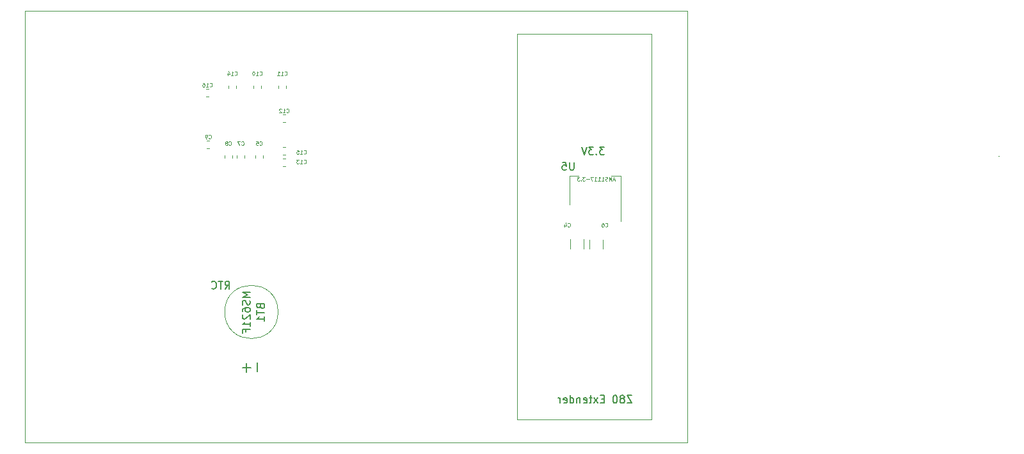
<source format=gbr>
G04 #@! TF.GenerationSoftware,KiCad,Pcbnew,(5.1.2-1)-1*
G04 #@! TF.CreationDate,2020-07-08T23:16:20+01:00*
G04 #@! TF.ProjectId,tranZPUter-SW,7472616e-5a50-4557-9465-722d53572e6b,rev?*
G04 #@! TF.SameCoordinates,Original*
G04 #@! TF.FileFunction,Legend,Bot*
G04 #@! TF.FilePolarity,Positive*
%FSLAX46Y46*%
G04 Gerber Fmt 4.6, Leading zero omitted, Abs format (unit mm)*
G04 Created by KiCad (PCBNEW (5.1.2-1)-1) date 2020-07-08 23:16:20*
%MOMM*%
%LPD*%
G04 APERTURE LIST*
%ADD10C,0.150000*%
%ADD11C,0.120000*%
%ADD12C,0.100000*%
G04 APERTURE END LIST*
D10*
X188801190Y-108164380D02*
X188182142Y-108164380D01*
X188515476Y-108545333D01*
X188372619Y-108545333D01*
X188277380Y-108592952D01*
X188229761Y-108640571D01*
X188182142Y-108735809D01*
X188182142Y-108973904D01*
X188229761Y-109069142D01*
X188277380Y-109116761D01*
X188372619Y-109164380D01*
X188658333Y-109164380D01*
X188753571Y-109116761D01*
X188801190Y-109069142D01*
X187753571Y-109069142D02*
X187705952Y-109116761D01*
X187753571Y-109164380D01*
X187801190Y-109116761D01*
X187753571Y-109069142D01*
X187753571Y-109164380D01*
X187372619Y-108164380D02*
X186753571Y-108164380D01*
X187086904Y-108545333D01*
X186944047Y-108545333D01*
X186848809Y-108592952D01*
X186801190Y-108640571D01*
X186753571Y-108735809D01*
X186753571Y-108973904D01*
X186801190Y-109069142D01*
X186848809Y-109116761D01*
X186944047Y-109164380D01*
X187229761Y-109164380D01*
X187325000Y-109116761D01*
X187372619Y-109069142D01*
X186467857Y-108164380D02*
X186134523Y-109164380D01*
X185801190Y-108164380D01*
D11*
X199771000Y-147320000D02*
X199771000Y-90170000D01*
X112141000Y-147320000D02*
X199771000Y-147320000D01*
X112141000Y-90170000D02*
X112141000Y-147320000D01*
X199771000Y-90170000D02*
X112141000Y-90170000D01*
X195072000Y-93218000D02*
X177292000Y-93218000D01*
D10*
X192459952Y-141057380D02*
X191793285Y-141057380D01*
X192459952Y-142057380D01*
X191793285Y-142057380D01*
X191269476Y-141485952D02*
X191364714Y-141438333D01*
X191412333Y-141390714D01*
X191459952Y-141295476D01*
X191459952Y-141247857D01*
X191412333Y-141152619D01*
X191364714Y-141105000D01*
X191269476Y-141057380D01*
X191079000Y-141057380D01*
X190983761Y-141105000D01*
X190936142Y-141152619D01*
X190888523Y-141247857D01*
X190888523Y-141295476D01*
X190936142Y-141390714D01*
X190983761Y-141438333D01*
X191079000Y-141485952D01*
X191269476Y-141485952D01*
X191364714Y-141533571D01*
X191412333Y-141581190D01*
X191459952Y-141676428D01*
X191459952Y-141866904D01*
X191412333Y-141962142D01*
X191364714Y-142009761D01*
X191269476Y-142057380D01*
X191079000Y-142057380D01*
X190983761Y-142009761D01*
X190936142Y-141962142D01*
X190888523Y-141866904D01*
X190888523Y-141676428D01*
X190936142Y-141581190D01*
X190983761Y-141533571D01*
X191079000Y-141485952D01*
X190269476Y-141057380D02*
X190174238Y-141057380D01*
X190079000Y-141105000D01*
X190031380Y-141152619D01*
X189983761Y-141247857D01*
X189936142Y-141438333D01*
X189936142Y-141676428D01*
X189983761Y-141866904D01*
X190031380Y-141962142D01*
X190079000Y-142009761D01*
X190174238Y-142057380D01*
X190269476Y-142057380D01*
X190364714Y-142009761D01*
X190412333Y-141962142D01*
X190459952Y-141866904D01*
X190507571Y-141676428D01*
X190507571Y-141438333D01*
X190459952Y-141247857D01*
X190412333Y-141152619D01*
X190364714Y-141105000D01*
X190269476Y-141057380D01*
X188745666Y-141533571D02*
X188412333Y-141533571D01*
X188269476Y-142057380D02*
X188745666Y-142057380D01*
X188745666Y-141057380D01*
X188269476Y-141057380D01*
X187936142Y-142057380D02*
X187412333Y-141390714D01*
X187936142Y-141390714D02*
X187412333Y-142057380D01*
X187174238Y-141390714D02*
X186793285Y-141390714D01*
X187031380Y-141057380D02*
X187031380Y-141914523D01*
X186983761Y-142009761D01*
X186888523Y-142057380D01*
X186793285Y-142057380D01*
X186079000Y-142009761D02*
X186174238Y-142057380D01*
X186364714Y-142057380D01*
X186459952Y-142009761D01*
X186507571Y-141914523D01*
X186507571Y-141533571D01*
X186459952Y-141438333D01*
X186364714Y-141390714D01*
X186174238Y-141390714D01*
X186079000Y-141438333D01*
X186031380Y-141533571D01*
X186031380Y-141628809D01*
X186507571Y-141724047D01*
X185602809Y-141390714D02*
X185602809Y-142057380D01*
X185602809Y-141485952D02*
X185555190Y-141438333D01*
X185459952Y-141390714D01*
X185317095Y-141390714D01*
X185221857Y-141438333D01*
X185174238Y-141533571D01*
X185174238Y-142057380D01*
X184269476Y-142057380D02*
X184269476Y-141057380D01*
X184269476Y-142009761D02*
X184364714Y-142057380D01*
X184555190Y-142057380D01*
X184650428Y-142009761D01*
X184698047Y-141962142D01*
X184745666Y-141866904D01*
X184745666Y-141581190D01*
X184698047Y-141485952D01*
X184650428Y-141438333D01*
X184555190Y-141390714D01*
X184364714Y-141390714D01*
X184269476Y-141438333D01*
X183412333Y-142009761D02*
X183507571Y-142057380D01*
X183698047Y-142057380D01*
X183793285Y-142009761D01*
X183840904Y-141914523D01*
X183840904Y-141533571D01*
X183793285Y-141438333D01*
X183698047Y-141390714D01*
X183507571Y-141390714D01*
X183412333Y-141438333D01*
X183364714Y-141533571D01*
X183364714Y-141628809D01*
X183840904Y-141724047D01*
X182936142Y-142057380D02*
X182936142Y-141390714D01*
X182936142Y-141581190D02*
X182888523Y-141485952D01*
X182840904Y-141438333D01*
X182745666Y-141390714D01*
X182650428Y-141390714D01*
D11*
X195072000Y-144272000D02*
X195072000Y-93218000D01*
X177292000Y-144272000D02*
X195072000Y-144272000D01*
X177292000Y-93218000D02*
X177292000Y-144272000D01*
D10*
X138620428Y-126944380D02*
X138953761Y-126468190D01*
X139191857Y-126944380D02*
X139191857Y-125944380D01*
X138810904Y-125944380D01*
X138715666Y-125992000D01*
X138668047Y-126039619D01*
X138620428Y-126134857D01*
X138620428Y-126277714D01*
X138668047Y-126372952D01*
X138715666Y-126420571D01*
X138810904Y-126468190D01*
X139191857Y-126468190D01*
X138334714Y-125944380D02*
X137763285Y-125944380D01*
X138049000Y-126944380D02*
X138049000Y-125944380D01*
X136858523Y-126849142D02*
X136906142Y-126896761D01*
X137049000Y-126944380D01*
X137144238Y-126944380D01*
X137287095Y-126896761D01*
X137382333Y-126801523D01*
X137429952Y-126706285D01*
X137477571Y-126515809D01*
X137477571Y-126372952D01*
X137429952Y-126182476D01*
X137382333Y-126087238D01*
X137287095Y-125992000D01*
X137144238Y-125944380D01*
X137049000Y-125944380D01*
X136906142Y-125992000D01*
X136858523Y-126039619D01*
D11*
X241046000Y-109347000D02*
X240919000Y-109347000D01*
D10*
X142894857Y-137858428D02*
X142894857Y-136715571D01*
X142049428Y-137394857D02*
X140906571Y-137394857D01*
X141478000Y-137970095D02*
X141478000Y-136819619D01*
D11*
X190989000Y-118019000D02*
X190989000Y-112009000D01*
X184169000Y-115769000D02*
X184169000Y-112009000D01*
X190989000Y-112009000D02*
X189729000Y-112009000D01*
X184169000Y-112009000D02*
X185429000Y-112009000D01*
X188616000Y-120428936D02*
X188616000Y-121633064D01*
X186796000Y-120428936D02*
X186796000Y-121633064D01*
X186076000Y-120391936D02*
X186076000Y-121596064D01*
X184256000Y-120391936D02*
X184256000Y-121596064D01*
X136108221Y-100455000D02*
X136433779Y-100455000D01*
X136108221Y-101475000D02*
X136433779Y-101475000D01*
X146593779Y-109222000D02*
X146268221Y-109222000D01*
X146593779Y-108202000D02*
X146268221Y-108202000D01*
X140083000Y-100040221D02*
X140083000Y-100365779D01*
X139063000Y-100040221D02*
X139063000Y-100365779D01*
X146593779Y-110746000D02*
X146268221Y-110746000D01*
X146593779Y-109726000D02*
X146268221Y-109726000D01*
X146593779Y-104904000D02*
X146268221Y-104904000D01*
X146593779Y-103884000D02*
X146268221Y-103884000D01*
X146687000Y-100040221D02*
X146687000Y-100365779D01*
X145667000Y-100040221D02*
X145667000Y-100365779D01*
X143385000Y-100040221D02*
X143385000Y-100365779D01*
X142365000Y-100040221D02*
X142365000Y-100365779D01*
X136235221Y-107313000D02*
X136560779Y-107313000D01*
X136235221Y-108333000D02*
X136560779Y-108333000D01*
X138555000Y-109636779D02*
X138555000Y-109311221D01*
X139575000Y-109636779D02*
X139575000Y-109311221D01*
X140206000Y-109636779D02*
X140206000Y-109311221D01*
X141226000Y-109636779D02*
X141226000Y-109311221D01*
X142619000Y-109636779D02*
X142619000Y-109311221D01*
X143639000Y-109636779D02*
X143639000Y-109311221D01*
X145643000Y-130001000D02*
G75*
G03X145643000Y-130001000I-3530000J0D01*
G01*
D10*
X184784904Y-110196380D02*
X184784904Y-111005904D01*
X184737285Y-111101142D01*
X184689666Y-111148761D01*
X184594428Y-111196380D01*
X184403952Y-111196380D01*
X184308714Y-111148761D01*
X184261095Y-111101142D01*
X184213476Y-111005904D01*
X184213476Y-110196380D01*
X183261095Y-110196380D02*
X183737285Y-110196380D01*
X183784904Y-110672571D01*
X183737285Y-110624952D01*
X183642047Y-110577333D01*
X183403952Y-110577333D01*
X183308714Y-110624952D01*
X183261095Y-110672571D01*
X183213476Y-110767809D01*
X183213476Y-111005904D01*
X183261095Y-111101142D01*
X183308714Y-111148761D01*
X183403952Y-111196380D01*
X183642047Y-111196380D01*
X183737285Y-111148761D01*
X183784904Y-111101142D01*
D12*
X190206000Y-112478333D02*
X189967904Y-112478333D01*
X190253619Y-112621190D02*
X190086952Y-112121190D01*
X189920285Y-112621190D01*
X189753619Y-112621190D02*
X189753619Y-112121190D01*
X189586952Y-112478333D01*
X189420285Y-112121190D01*
X189420285Y-112621190D01*
X189206000Y-112597380D02*
X189134571Y-112621190D01*
X189015523Y-112621190D01*
X188967904Y-112597380D01*
X188944095Y-112573571D01*
X188920285Y-112525952D01*
X188920285Y-112478333D01*
X188944095Y-112430714D01*
X188967904Y-112406904D01*
X189015523Y-112383095D01*
X189110761Y-112359285D01*
X189158380Y-112335476D01*
X189182190Y-112311666D01*
X189206000Y-112264047D01*
X189206000Y-112216428D01*
X189182190Y-112168809D01*
X189158380Y-112145000D01*
X189110761Y-112121190D01*
X188991714Y-112121190D01*
X188920285Y-112145000D01*
X188444095Y-112621190D02*
X188729809Y-112621190D01*
X188586952Y-112621190D02*
X188586952Y-112121190D01*
X188634571Y-112192619D01*
X188682190Y-112240238D01*
X188729809Y-112264047D01*
X187967904Y-112621190D02*
X188253619Y-112621190D01*
X188110761Y-112621190D02*
X188110761Y-112121190D01*
X188158380Y-112192619D01*
X188206000Y-112240238D01*
X188253619Y-112264047D01*
X187491714Y-112621190D02*
X187777428Y-112621190D01*
X187634571Y-112621190D02*
X187634571Y-112121190D01*
X187682190Y-112192619D01*
X187729809Y-112240238D01*
X187777428Y-112264047D01*
X187325047Y-112121190D02*
X186991714Y-112121190D01*
X187206000Y-112621190D01*
X186801238Y-112430714D02*
X186420285Y-112430714D01*
X186229809Y-112121190D02*
X185920285Y-112121190D01*
X186086952Y-112311666D01*
X186015523Y-112311666D01*
X185967904Y-112335476D01*
X185944095Y-112359285D01*
X185920285Y-112406904D01*
X185920285Y-112525952D01*
X185944095Y-112573571D01*
X185967904Y-112597380D01*
X186015523Y-112621190D01*
X186158380Y-112621190D01*
X186206000Y-112597380D01*
X186229809Y-112573571D01*
X185706000Y-112573571D02*
X185682190Y-112597380D01*
X185706000Y-112621190D01*
X185729809Y-112597380D01*
X185706000Y-112573571D01*
X185706000Y-112621190D01*
X185515523Y-112121190D02*
X185206000Y-112121190D01*
X185372666Y-112311666D01*
X185301238Y-112311666D01*
X185253619Y-112335476D01*
X185229809Y-112359285D01*
X185206000Y-112406904D01*
X185206000Y-112525952D01*
X185229809Y-112573571D01*
X185253619Y-112597380D01*
X185301238Y-112621190D01*
X185444095Y-112621190D01*
X185491714Y-112597380D01*
X185515523Y-112573571D01*
X188932333Y-118669571D02*
X188956142Y-118693380D01*
X189027571Y-118717190D01*
X189075190Y-118717190D01*
X189146619Y-118693380D01*
X189194238Y-118645761D01*
X189218047Y-118598142D01*
X189241857Y-118502904D01*
X189241857Y-118431476D01*
X189218047Y-118336238D01*
X189194238Y-118288619D01*
X189146619Y-118241000D01*
X189075190Y-118217190D01*
X189027571Y-118217190D01*
X188956142Y-118241000D01*
X188932333Y-118264809D01*
X188503761Y-118217190D02*
X188599000Y-118217190D01*
X188646619Y-118241000D01*
X188670428Y-118264809D01*
X188718047Y-118336238D01*
X188741857Y-118431476D01*
X188741857Y-118621952D01*
X188718047Y-118669571D01*
X188694238Y-118693380D01*
X188646619Y-118717190D01*
X188551380Y-118717190D01*
X188503761Y-118693380D01*
X188479952Y-118669571D01*
X188456142Y-118621952D01*
X188456142Y-118502904D01*
X188479952Y-118455285D01*
X188503761Y-118431476D01*
X188551380Y-118407666D01*
X188646619Y-118407666D01*
X188694238Y-118431476D01*
X188718047Y-118455285D01*
X188741857Y-118502904D01*
X183979333Y-118669071D02*
X184003142Y-118692880D01*
X184074571Y-118716690D01*
X184122190Y-118716690D01*
X184193619Y-118692880D01*
X184241238Y-118645261D01*
X184265047Y-118597642D01*
X184288857Y-118502404D01*
X184288857Y-118430976D01*
X184265047Y-118335738D01*
X184241238Y-118288119D01*
X184193619Y-118240500D01*
X184122190Y-118216690D01*
X184074571Y-118216690D01*
X184003142Y-118240500D01*
X183979333Y-118264309D01*
X183550761Y-118383357D02*
X183550761Y-118716690D01*
X183669809Y-118192880D02*
X183788857Y-118550023D01*
X183479333Y-118550023D01*
X136592428Y-100127571D02*
X136616238Y-100151380D01*
X136687666Y-100175190D01*
X136735285Y-100175190D01*
X136806714Y-100151380D01*
X136854333Y-100103761D01*
X136878142Y-100056142D01*
X136901952Y-99960904D01*
X136901952Y-99889476D01*
X136878142Y-99794238D01*
X136854333Y-99746619D01*
X136806714Y-99699000D01*
X136735285Y-99675190D01*
X136687666Y-99675190D01*
X136616238Y-99699000D01*
X136592428Y-99722809D01*
X136116238Y-100175190D02*
X136401952Y-100175190D01*
X136259095Y-100175190D02*
X136259095Y-99675190D01*
X136306714Y-99746619D01*
X136354333Y-99794238D01*
X136401952Y-99818047D01*
X135687666Y-99675190D02*
X135782904Y-99675190D01*
X135830523Y-99699000D01*
X135854333Y-99722809D01*
X135901952Y-99794238D01*
X135925761Y-99889476D01*
X135925761Y-100079952D01*
X135901952Y-100127571D01*
X135878142Y-100151380D01*
X135830523Y-100175190D01*
X135735285Y-100175190D01*
X135687666Y-100151380D01*
X135663857Y-100127571D01*
X135640047Y-100079952D01*
X135640047Y-99960904D01*
X135663857Y-99913285D01*
X135687666Y-99889476D01*
X135735285Y-99865666D01*
X135830523Y-99865666D01*
X135878142Y-99889476D01*
X135901952Y-99913285D01*
X135925761Y-99960904D01*
X149038428Y-109017571D02*
X149062238Y-109041380D01*
X149133666Y-109065190D01*
X149181285Y-109065190D01*
X149252714Y-109041380D01*
X149300333Y-108993761D01*
X149324142Y-108946142D01*
X149347952Y-108850904D01*
X149347952Y-108779476D01*
X149324142Y-108684238D01*
X149300333Y-108636619D01*
X149252714Y-108589000D01*
X149181285Y-108565190D01*
X149133666Y-108565190D01*
X149062238Y-108589000D01*
X149038428Y-108612809D01*
X148562238Y-109065190D02*
X148847952Y-109065190D01*
X148705095Y-109065190D02*
X148705095Y-108565190D01*
X148752714Y-108636619D01*
X148800333Y-108684238D01*
X148847952Y-108708047D01*
X148109857Y-108565190D02*
X148347952Y-108565190D01*
X148371761Y-108803285D01*
X148347952Y-108779476D01*
X148300333Y-108755666D01*
X148181285Y-108755666D01*
X148133666Y-108779476D01*
X148109857Y-108803285D01*
X148086047Y-108850904D01*
X148086047Y-108969952D01*
X148109857Y-109017571D01*
X148133666Y-109041380D01*
X148181285Y-109065190D01*
X148300333Y-109065190D01*
X148347952Y-109041380D01*
X148371761Y-109017571D01*
X139894428Y-98603571D02*
X139918238Y-98627380D01*
X139989666Y-98651190D01*
X140037285Y-98651190D01*
X140108714Y-98627380D01*
X140156333Y-98579761D01*
X140180142Y-98532142D01*
X140203952Y-98436904D01*
X140203952Y-98365476D01*
X140180142Y-98270238D01*
X140156333Y-98222619D01*
X140108714Y-98175000D01*
X140037285Y-98151190D01*
X139989666Y-98151190D01*
X139918238Y-98175000D01*
X139894428Y-98198809D01*
X139418238Y-98651190D02*
X139703952Y-98651190D01*
X139561095Y-98651190D02*
X139561095Y-98151190D01*
X139608714Y-98222619D01*
X139656333Y-98270238D01*
X139703952Y-98294047D01*
X138989666Y-98317857D02*
X138989666Y-98651190D01*
X139108714Y-98127380D02*
X139227761Y-98484523D01*
X138918238Y-98484523D01*
X149038428Y-110287571D02*
X149062238Y-110311380D01*
X149133666Y-110335190D01*
X149181285Y-110335190D01*
X149252714Y-110311380D01*
X149300333Y-110263761D01*
X149324142Y-110216142D01*
X149347952Y-110120904D01*
X149347952Y-110049476D01*
X149324142Y-109954238D01*
X149300333Y-109906619D01*
X149252714Y-109859000D01*
X149181285Y-109835190D01*
X149133666Y-109835190D01*
X149062238Y-109859000D01*
X149038428Y-109882809D01*
X148562238Y-110335190D02*
X148847952Y-110335190D01*
X148705095Y-110335190D02*
X148705095Y-109835190D01*
X148752714Y-109906619D01*
X148800333Y-109954238D01*
X148847952Y-109978047D01*
X148395571Y-109835190D02*
X148086047Y-109835190D01*
X148252714Y-110025666D01*
X148181285Y-110025666D01*
X148133666Y-110049476D01*
X148109857Y-110073285D01*
X148086047Y-110120904D01*
X148086047Y-110239952D01*
X148109857Y-110287571D01*
X148133666Y-110311380D01*
X148181285Y-110335190D01*
X148324142Y-110335190D01*
X148371761Y-110311380D01*
X148395571Y-110287571D01*
X146752428Y-103556571D02*
X146776238Y-103580380D01*
X146847666Y-103604190D01*
X146895285Y-103604190D01*
X146966714Y-103580380D01*
X147014333Y-103532761D01*
X147038142Y-103485142D01*
X147061952Y-103389904D01*
X147061952Y-103318476D01*
X147038142Y-103223238D01*
X147014333Y-103175619D01*
X146966714Y-103128000D01*
X146895285Y-103104190D01*
X146847666Y-103104190D01*
X146776238Y-103128000D01*
X146752428Y-103151809D01*
X146276238Y-103604190D02*
X146561952Y-103604190D01*
X146419095Y-103604190D02*
X146419095Y-103104190D01*
X146466714Y-103175619D01*
X146514333Y-103223238D01*
X146561952Y-103247047D01*
X146085761Y-103151809D02*
X146061952Y-103128000D01*
X146014333Y-103104190D01*
X145895285Y-103104190D01*
X145847666Y-103128000D01*
X145823857Y-103151809D01*
X145800047Y-103199428D01*
X145800047Y-103247047D01*
X145823857Y-103318476D01*
X146109571Y-103604190D01*
X145800047Y-103604190D01*
X146498428Y-98603571D02*
X146522238Y-98627380D01*
X146593666Y-98651190D01*
X146641285Y-98651190D01*
X146712714Y-98627380D01*
X146760333Y-98579761D01*
X146784142Y-98532142D01*
X146807952Y-98436904D01*
X146807952Y-98365476D01*
X146784142Y-98270238D01*
X146760333Y-98222619D01*
X146712714Y-98175000D01*
X146641285Y-98151190D01*
X146593666Y-98151190D01*
X146522238Y-98175000D01*
X146498428Y-98198809D01*
X146022238Y-98651190D02*
X146307952Y-98651190D01*
X146165095Y-98651190D02*
X146165095Y-98151190D01*
X146212714Y-98222619D01*
X146260333Y-98270238D01*
X146307952Y-98294047D01*
X145546047Y-98651190D02*
X145831761Y-98651190D01*
X145688904Y-98651190D02*
X145688904Y-98151190D01*
X145736523Y-98222619D01*
X145784142Y-98270238D01*
X145831761Y-98294047D01*
X143196428Y-98603571D02*
X143220238Y-98627380D01*
X143291666Y-98651190D01*
X143339285Y-98651190D01*
X143410714Y-98627380D01*
X143458333Y-98579761D01*
X143482142Y-98532142D01*
X143505952Y-98436904D01*
X143505952Y-98365476D01*
X143482142Y-98270238D01*
X143458333Y-98222619D01*
X143410714Y-98175000D01*
X143339285Y-98151190D01*
X143291666Y-98151190D01*
X143220238Y-98175000D01*
X143196428Y-98198809D01*
X142720238Y-98651190D02*
X143005952Y-98651190D01*
X142863095Y-98651190D02*
X142863095Y-98151190D01*
X142910714Y-98222619D01*
X142958333Y-98270238D01*
X143005952Y-98294047D01*
X142410714Y-98151190D02*
X142363095Y-98151190D01*
X142315476Y-98175000D01*
X142291666Y-98198809D01*
X142267857Y-98246428D01*
X142244047Y-98341666D01*
X142244047Y-98460714D01*
X142267857Y-98555952D01*
X142291666Y-98603571D01*
X142315476Y-98627380D01*
X142363095Y-98651190D01*
X142410714Y-98651190D01*
X142458333Y-98627380D01*
X142482142Y-98603571D01*
X142505952Y-98555952D01*
X142529761Y-98460714D01*
X142529761Y-98341666D01*
X142505952Y-98246428D01*
X142482142Y-98198809D01*
X142458333Y-98175000D01*
X142410714Y-98151190D01*
X136481333Y-106985571D02*
X136505142Y-107009380D01*
X136576571Y-107033190D01*
X136624190Y-107033190D01*
X136695619Y-107009380D01*
X136743238Y-106961761D01*
X136767047Y-106914142D01*
X136790857Y-106818904D01*
X136790857Y-106747476D01*
X136767047Y-106652238D01*
X136743238Y-106604619D01*
X136695619Y-106557000D01*
X136624190Y-106533190D01*
X136576571Y-106533190D01*
X136505142Y-106557000D01*
X136481333Y-106580809D01*
X136243238Y-107033190D02*
X136148000Y-107033190D01*
X136100380Y-107009380D01*
X136076571Y-106985571D01*
X136028952Y-106914142D01*
X136005142Y-106818904D01*
X136005142Y-106628428D01*
X136028952Y-106580809D01*
X136052761Y-106557000D01*
X136100380Y-106533190D01*
X136195619Y-106533190D01*
X136243238Y-106557000D01*
X136267047Y-106580809D01*
X136290857Y-106628428D01*
X136290857Y-106747476D01*
X136267047Y-106795095D01*
X136243238Y-106818904D01*
X136195619Y-106842714D01*
X136100380Y-106842714D01*
X136052761Y-106818904D01*
X136028952Y-106795095D01*
X136005142Y-106747476D01*
X139148333Y-107874571D02*
X139172142Y-107898380D01*
X139243571Y-107922190D01*
X139291190Y-107922190D01*
X139362619Y-107898380D01*
X139410238Y-107850761D01*
X139434047Y-107803142D01*
X139457857Y-107707904D01*
X139457857Y-107636476D01*
X139434047Y-107541238D01*
X139410238Y-107493619D01*
X139362619Y-107446000D01*
X139291190Y-107422190D01*
X139243571Y-107422190D01*
X139172142Y-107446000D01*
X139148333Y-107469809D01*
X138862619Y-107636476D02*
X138910238Y-107612666D01*
X138934047Y-107588857D01*
X138957857Y-107541238D01*
X138957857Y-107517428D01*
X138934047Y-107469809D01*
X138910238Y-107446000D01*
X138862619Y-107422190D01*
X138767380Y-107422190D01*
X138719761Y-107446000D01*
X138695952Y-107469809D01*
X138672142Y-107517428D01*
X138672142Y-107541238D01*
X138695952Y-107588857D01*
X138719761Y-107612666D01*
X138767380Y-107636476D01*
X138862619Y-107636476D01*
X138910238Y-107660285D01*
X138934047Y-107684095D01*
X138957857Y-107731714D01*
X138957857Y-107826952D01*
X138934047Y-107874571D01*
X138910238Y-107898380D01*
X138862619Y-107922190D01*
X138767380Y-107922190D01*
X138719761Y-107898380D01*
X138695952Y-107874571D01*
X138672142Y-107826952D01*
X138672142Y-107731714D01*
X138695952Y-107684095D01*
X138719761Y-107660285D01*
X138767380Y-107636476D01*
X140799333Y-107874571D02*
X140823142Y-107898380D01*
X140894571Y-107922190D01*
X140942190Y-107922190D01*
X141013619Y-107898380D01*
X141061238Y-107850761D01*
X141085047Y-107803142D01*
X141108857Y-107707904D01*
X141108857Y-107636476D01*
X141085047Y-107541238D01*
X141061238Y-107493619D01*
X141013619Y-107446000D01*
X140942190Y-107422190D01*
X140894571Y-107422190D01*
X140823142Y-107446000D01*
X140799333Y-107469809D01*
X140632666Y-107422190D02*
X140299333Y-107422190D01*
X140513619Y-107922190D01*
X143212333Y-107874571D02*
X143236142Y-107898380D01*
X143307571Y-107922190D01*
X143355190Y-107922190D01*
X143426619Y-107898380D01*
X143474238Y-107850761D01*
X143498047Y-107803142D01*
X143521857Y-107707904D01*
X143521857Y-107636476D01*
X143498047Y-107541238D01*
X143474238Y-107493619D01*
X143426619Y-107446000D01*
X143355190Y-107422190D01*
X143307571Y-107422190D01*
X143236142Y-107446000D01*
X143212333Y-107469809D01*
X142759952Y-107422190D02*
X142998047Y-107422190D01*
X143021857Y-107660285D01*
X142998047Y-107636476D01*
X142950428Y-107612666D01*
X142831380Y-107612666D01*
X142783761Y-107636476D01*
X142759952Y-107660285D01*
X142736142Y-107707904D01*
X142736142Y-107826952D01*
X142759952Y-107874571D01*
X142783761Y-107898380D01*
X142831380Y-107922190D01*
X142950428Y-107922190D01*
X142998047Y-107898380D01*
X143021857Y-107874571D01*
D10*
X143311571Y-129262285D02*
X143359190Y-129405142D01*
X143406809Y-129452761D01*
X143502047Y-129500380D01*
X143644904Y-129500380D01*
X143740142Y-129452761D01*
X143787761Y-129405142D01*
X143835380Y-129309904D01*
X143835380Y-128928952D01*
X142835380Y-128928952D01*
X142835380Y-129262285D01*
X142883000Y-129357523D01*
X142930619Y-129405142D01*
X143025857Y-129452761D01*
X143121095Y-129452761D01*
X143216333Y-129405142D01*
X143263952Y-129357523D01*
X143311571Y-129262285D01*
X143311571Y-128928952D01*
X142835380Y-129786095D02*
X142835380Y-130357523D01*
X143835380Y-130071809D02*
X142835380Y-130071809D01*
X143835380Y-131214666D02*
X143835380Y-130643238D01*
X143835380Y-130928952D02*
X142835380Y-130928952D01*
X142978238Y-130833714D01*
X143073476Y-130738476D01*
X143121095Y-130643238D01*
X141930380Y-127381333D02*
X140930380Y-127381333D01*
X141644666Y-127714666D01*
X140930380Y-128048000D01*
X141930380Y-128048000D01*
X141882761Y-128476571D02*
X141930380Y-128619428D01*
X141930380Y-128857523D01*
X141882761Y-128952761D01*
X141835142Y-129000380D01*
X141739904Y-129048000D01*
X141644666Y-129048000D01*
X141549428Y-129000380D01*
X141501809Y-128952761D01*
X141454190Y-128857523D01*
X141406571Y-128667047D01*
X141358952Y-128571809D01*
X141311333Y-128524190D01*
X141216095Y-128476571D01*
X141120857Y-128476571D01*
X141025619Y-128524190D01*
X140978000Y-128571809D01*
X140930380Y-128667047D01*
X140930380Y-128905142D01*
X140978000Y-129048000D01*
X140930380Y-129905142D02*
X140930380Y-129714666D01*
X140978000Y-129619428D01*
X141025619Y-129571809D01*
X141168476Y-129476571D01*
X141358952Y-129428952D01*
X141739904Y-129428952D01*
X141835142Y-129476571D01*
X141882761Y-129524190D01*
X141930380Y-129619428D01*
X141930380Y-129809904D01*
X141882761Y-129905142D01*
X141835142Y-129952761D01*
X141739904Y-130000380D01*
X141501809Y-130000380D01*
X141406571Y-129952761D01*
X141358952Y-129905142D01*
X141311333Y-129809904D01*
X141311333Y-129619428D01*
X141358952Y-129524190D01*
X141406571Y-129476571D01*
X141501809Y-129428952D01*
X141025619Y-130381333D02*
X140978000Y-130428952D01*
X140930380Y-130524190D01*
X140930380Y-130762285D01*
X140978000Y-130857523D01*
X141025619Y-130905142D01*
X141120857Y-130952761D01*
X141216095Y-130952761D01*
X141358952Y-130905142D01*
X141930380Y-130333714D01*
X141930380Y-130952761D01*
X141930380Y-131905142D02*
X141930380Y-131333714D01*
X141930380Y-131619428D02*
X140930380Y-131619428D01*
X141073238Y-131524190D01*
X141168476Y-131428952D01*
X141216095Y-131333714D01*
X141406571Y-132667047D02*
X141406571Y-132333714D01*
X141930380Y-132333714D02*
X140930380Y-132333714D01*
X140930380Y-132809904D01*
M02*

</source>
